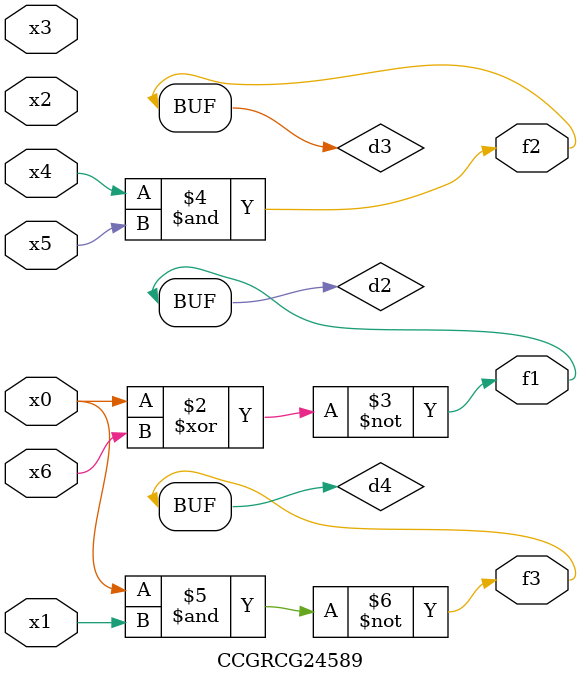
<source format=v>
module CCGRCG24589(
	input x0, x1, x2, x3, x4, x5, x6,
	output f1, f2, f3
);

	wire d1, d2, d3, d4;

	nor (d1, x0);
	xnor (d2, x0, x6);
	and (d3, x4, x5);
	nand (d4, x0, x1);
	assign f1 = d2;
	assign f2 = d3;
	assign f3 = d4;
endmodule

</source>
